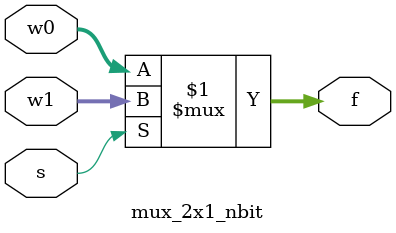
<source format=v>
  
`timescale 1ns / 1ps


module mux_2x1_nbit
    #(parameter N = 3)(
    input [N - 1: 0] w0, w1,
    input s,
    output [N - 1: 0] f
    );
    
    assign f = s ? w1 : w0;
endmodule
</source>
